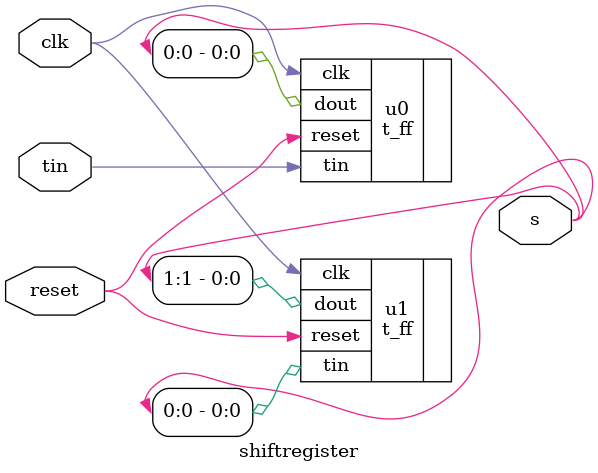
<source format=v>
module shiftregister( tin ,clk ,reset,s );

input tin ;
input clk ;
input reset ;   
output wire [1:0]s;

t_ff u0 (.tin(tin),.clk(clk),.reset(reset),.dout(s[0]));
t_ff u1 (.tin(s[0]),.clk(clk),.reset(reset),.dout(s[1]));



endmodule

</source>
